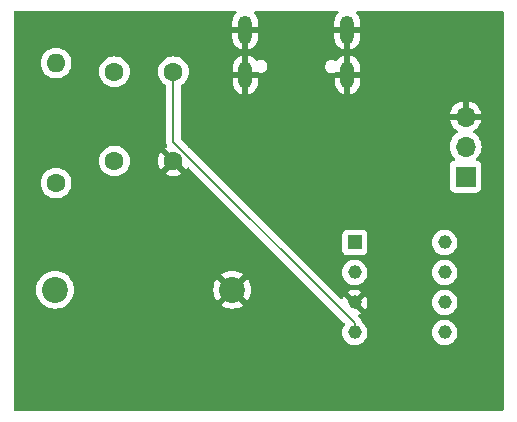
<source format=gbr>
%TF.GenerationSoftware,KiCad,Pcbnew,8.0.8*%
%TF.CreationDate,2025-02-27T22:53:53-05:00*%
%TF.ProjectId,Power_Supply_Board,506f7765-725f-4537-9570-706c795f426f,rev?*%
%TF.SameCoordinates,Original*%
%TF.FileFunction,Copper,L2,Bot*%
%TF.FilePolarity,Positive*%
%FSLAX46Y46*%
G04 Gerber Fmt 4.6, Leading zero omitted, Abs format (unit mm)*
G04 Created by KiCad (PCBNEW 8.0.8) date 2025-02-27 22:53:53*
%MOMM*%
%LPD*%
G01*
G04 APERTURE LIST*
%TA.AperFunction,ComponentPad*%
%ADD10C,1.600000*%
%TD*%
%TA.AperFunction,ComponentPad*%
%ADD11O,1.600000X1.600000*%
%TD*%
%TA.AperFunction,ComponentPad*%
%ADD12R,1.160000X1.160000*%
%TD*%
%TA.AperFunction,ComponentPad*%
%ADD13C,1.160000*%
%TD*%
%TA.AperFunction,ComponentPad*%
%ADD14C,2.200000*%
%TD*%
%TA.AperFunction,ComponentPad*%
%ADD15R,1.700000X1.700000*%
%TD*%
%TA.AperFunction,ComponentPad*%
%ADD16O,1.700000X1.700000*%
%TD*%
%TA.AperFunction,ComponentPad*%
%ADD17O,1.158000X2.316000*%
%TD*%
%TA.AperFunction,ComponentPad*%
%ADD18O,1.200000X2.400000*%
%TD*%
%TA.AperFunction,Conductor*%
%ADD19C,0.200000*%
%TD*%
G04 APERTURE END LIST*
D10*
%TO.P,C2,1*%
%TO.N,Net-(IC1-VOUT)*%
X167045000Y-93097200D03*
%TO.P,C2,2*%
%TO.N,Earth*%
X172045000Y-93097200D03*
%TD*%
%TO.P,R1,1*%
%TO.N,Net-(IC1-VOUT)*%
X162102800Y-94970600D03*
D11*
%TO.P,R1,2*%
%TO.N,Net-(J2-Pin_2)*%
X162102800Y-84810600D03*
%TD*%
D12*
%TO.P,IC1,1,BOOST*%
%TO.N,unconnected-(IC1-BOOST-Pad1)*%
X187380000Y-100000000D03*
D13*
%TO.P,IC1,2,CAP+*%
%TO.N,Net-(IC1-CAP+)*%
X187380000Y-102540000D03*
%TO.P,IC1,3,GND*%
%TO.N,Earth*%
X187380000Y-105080000D03*
%TO.P,IC1,4,CAP-*%
%TO.N,Net-(IC1-CAP-)*%
X187380000Y-107620000D03*
%TO.P,IC1,5,VOUT*%
%TO.N,Net-(IC1-VOUT)*%
X195000000Y-107620000D03*
%TO.P,IC1,6,LOW_VOLTAGE_(LV)*%
%TO.N,unconnected-(IC1-LOW_VOLTAGE_(LV)-Pad6)*%
X195000000Y-105080000D03*
%TO.P,IC1,7,OSC*%
%TO.N,unconnected-(IC1-OSC-Pad7)*%
X195000000Y-102540000D03*
%TO.P,IC1,8,V+*%
%TO.N,Net-(IC1-V+)*%
X195000000Y-100000000D03*
%TD*%
D14*
%TO.P,C3,1*%
%TO.N,Net-(J2-Pin_2)*%
X162025000Y-104000000D03*
%TO.P,C3,2*%
%TO.N,Earth*%
X177025000Y-104000000D03*
%TD*%
D15*
%TO.P,J2,1,Pin_1*%
%TO.N,Net-(IC1-V+)*%
X196773800Y-94422200D03*
D16*
%TO.P,J2,2,Pin_2*%
%TO.N,Net-(J2-Pin_2)*%
X196773800Y-91882200D03*
%TO.P,J2,3,Pin_3*%
%TO.N,Earth*%
X196773800Y-89342200D03*
%TD*%
D10*
%TO.P,C1,1*%
%TO.N,Net-(IC1-CAP+)*%
X167045000Y-85547200D03*
%TO.P,C1,2*%
%TO.N,Net-(IC1-CAP-)*%
X172045000Y-85547200D03*
%TD*%
D17*
%TO.P,J1,S3,SHIELD*%
%TO.N,Earth*%
X186771200Y-85816200D03*
%TO.P,J1,S4,SHIELD*%
X178131200Y-85816200D03*
D18*
%TO.P,J1,S5,SHIELD*%
X186771200Y-81991200D03*
%TO.P,J1,S6,SHIELD*%
X178131200Y-81991200D03*
%TD*%
D19*
%TO.N,Net-(IC1-CAP-)*%
X187380000Y-107620000D02*
X187380000Y-106799757D01*
X187380000Y-106799757D02*
X172045000Y-91464757D01*
X172045000Y-91464757D02*
X172045000Y-85547200D01*
%TO.N,Net-(J2-Pin_2)*%
X162025000Y-104000000D02*
X162025000Y-103093000D01*
%TD*%
%TA.AperFunction,Conductor*%
%TO.N,Earth*%
G36*
X177343142Y-80410985D02*
G01*
X177388897Y-80463789D01*
X177398841Y-80532947D01*
X177369816Y-80596503D01*
X177363784Y-80602981D01*
X177292167Y-80674597D01*
X177190395Y-80814675D01*
X177111791Y-80968942D01*
X177058285Y-81133615D01*
X177031200Y-81304628D01*
X177031200Y-81741200D01*
X177806200Y-81741200D01*
X177806200Y-82241200D01*
X177031200Y-82241200D01*
X177031200Y-82677771D01*
X177058285Y-82848784D01*
X177111791Y-83013457D01*
X177190395Y-83167724D01*
X177292167Y-83307802D01*
X177414597Y-83430232D01*
X177554675Y-83532004D01*
X177708944Y-83610608D01*
X177873615Y-83664114D01*
X177873614Y-83664114D01*
X177881199Y-83665315D01*
X177881200Y-83665314D01*
X177881200Y-82850818D01*
X177931646Y-82901264D01*
X178005755Y-82944051D01*
X178088413Y-82966200D01*
X178173987Y-82966200D01*
X178256645Y-82944051D01*
X178330754Y-82901264D01*
X178381200Y-82850818D01*
X178381200Y-83665315D01*
X178388784Y-83664114D01*
X178553455Y-83610608D01*
X178707724Y-83532004D01*
X178847802Y-83430232D01*
X178970232Y-83307802D01*
X179072004Y-83167724D01*
X179150608Y-83013457D01*
X179204114Y-82848784D01*
X179231200Y-82677771D01*
X179231200Y-82241200D01*
X178456200Y-82241200D01*
X178456200Y-81741200D01*
X179231200Y-81741200D01*
X179231200Y-81304628D01*
X179204114Y-81133615D01*
X179150608Y-80968942D01*
X179072004Y-80814675D01*
X178970232Y-80674597D01*
X178898616Y-80602981D01*
X178865131Y-80541658D01*
X178870115Y-80471966D01*
X178911987Y-80416033D01*
X178977451Y-80391616D01*
X178986297Y-80391300D01*
X185916103Y-80391300D01*
X185983142Y-80410985D01*
X186028897Y-80463789D01*
X186038841Y-80532947D01*
X186009816Y-80596503D01*
X186003784Y-80602981D01*
X185932167Y-80674597D01*
X185830395Y-80814675D01*
X185751791Y-80968942D01*
X185698285Y-81133615D01*
X185671200Y-81304628D01*
X185671200Y-81741200D01*
X186446200Y-81741200D01*
X186446200Y-82241200D01*
X185671200Y-82241200D01*
X185671200Y-82677771D01*
X185698285Y-82848784D01*
X185751791Y-83013457D01*
X185830395Y-83167724D01*
X185932167Y-83307802D01*
X186054597Y-83430232D01*
X186194675Y-83532004D01*
X186348944Y-83610608D01*
X186513615Y-83664114D01*
X186513614Y-83664114D01*
X186521199Y-83665315D01*
X186521200Y-83665314D01*
X186521200Y-82850818D01*
X186571646Y-82901264D01*
X186645755Y-82944051D01*
X186728413Y-82966200D01*
X186813987Y-82966200D01*
X186896645Y-82944051D01*
X186970754Y-82901264D01*
X187021200Y-82850818D01*
X187021200Y-83665315D01*
X187028784Y-83664114D01*
X187193455Y-83610608D01*
X187347724Y-83532004D01*
X187487802Y-83430232D01*
X187610232Y-83307802D01*
X187712004Y-83167724D01*
X187790608Y-83013457D01*
X187844114Y-82848784D01*
X187871200Y-82677771D01*
X187871200Y-82241200D01*
X187096200Y-82241200D01*
X187096200Y-81741200D01*
X187871200Y-81741200D01*
X187871200Y-81304628D01*
X187844114Y-81133615D01*
X187790608Y-80968942D01*
X187712004Y-80814675D01*
X187610232Y-80674597D01*
X187538616Y-80602981D01*
X187505131Y-80541658D01*
X187510115Y-80471966D01*
X187551987Y-80416033D01*
X187617451Y-80391616D01*
X187626297Y-80391300D01*
X199875500Y-80391300D01*
X199942539Y-80410985D01*
X199988294Y-80463789D01*
X199999500Y-80515300D01*
X199999500Y-114125500D01*
X199979815Y-114192539D01*
X199927011Y-114238294D01*
X199875500Y-114249500D01*
X158624500Y-114249500D01*
X158557461Y-114229815D01*
X158511706Y-114177011D01*
X158500500Y-114125500D01*
X158500500Y-104000000D01*
X160419551Y-104000000D01*
X160439317Y-104251151D01*
X160498126Y-104496110D01*
X160594533Y-104728859D01*
X160726160Y-104943653D01*
X160726161Y-104943656D01*
X160726164Y-104943659D01*
X160889776Y-105135224D01*
X161032096Y-105256777D01*
X161081343Y-105298838D01*
X161081346Y-105298839D01*
X161296140Y-105430466D01*
X161527737Y-105526396D01*
X161528889Y-105526873D01*
X161773852Y-105585683D01*
X162025000Y-105605449D01*
X162276148Y-105585683D01*
X162521111Y-105526873D01*
X162753859Y-105430466D01*
X162968659Y-105298836D01*
X163160224Y-105135224D01*
X163323836Y-104943659D01*
X163455466Y-104728859D01*
X163551873Y-104496111D01*
X163610683Y-104251148D01*
X163630449Y-104000000D01*
X175420052Y-104000000D01*
X175439812Y-104251072D01*
X175498603Y-104495956D01*
X175594980Y-104728631D01*
X175726568Y-104943362D01*
X175727266Y-104944179D01*
X176501212Y-104170233D01*
X176512482Y-104212292D01*
X176584890Y-104337708D01*
X176687292Y-104440110D01*
X176812708Y-104512518D01*
X176854765Y-104523787D01*
X176080819Y-105297732D01*
X176080819Y-105297733D01*
X176081634Y-105298429D01*
X176296368Y-105430019D01*
X176529043Y-105526396D01*
X176773927Y-105585187D01*
X177025000Y-105604947D01*
X177276072Y-105585187D01*
X177520956Y-105526396D01*
X177753631Y-105430019D01*
X177968361Y-105298432D01*
X177968363Y-105298430D01*
X177969180Y-105297732D01*
X177195234Y-104523787D01*
X177237292Y-104512518D01*
X177362708Y-104440110D01*
X177465110Y-104337708D01*
X177537518Y-104212292D01*
X177548787Y-104170235D01*
X178322732Y-104944180D01*
X178323430Y-104943363D01*
X178323432Y-104943361D01*
X178455019Y-104728631D01*
X178551396Y-104495956D01*
X178610187Y-104251072D01*
X178629947Y-104000000D01*
X178610187Y-103748927D01*
X178551396Y-103504043D01*
X178455019Y-103271368D01*
X178323429Y-103056634D01*
X178322733Y-103055819D01*
X178322732Y-103055819D01*
X177548787Y-103829764D01*
X177537518Y-103787708D01*
X177465110Y-103662292D01*
X177362708Y-103559890D01*
X177237292Y-103487482D01*
X177195232Y-103476212D01*
X177969179Y-102702266D01*
X177968362Y-102701568D01*
X177753631Y-102569980D01*
X177520956Y-102473603D01*
X177276072Y-102414812D01*
X177025000Y-102395052D01*
X176773927Y-102414812D01*
X176529043Y-102473603D01*
X176296368Y-102569980D01*
X176081637Y-102701567D01*
X176080818Y-102702266D01*
X176854765Y-103476212D01*
X176812708Y-103487482D01*
X176687292Y-103559890D01*
X176584890Y-103662292D01*
X176512482Y-103787708D01*
X176501212Y-103829765D01*
X175727266Y-103055818D01*
X175726567Y-103056637D01*
X175594980Y-103271368D01*
X175498603Y-103504043D01*
X175439812Y-103748927D01*
X175420052Y-104000000D01*
X163630449Y-104000000D01*
X163610683Y-103748852D01*
X163551873Y-103503889D01*
X163511306Y-103405952D01*
X163455466Y-103271140D01*
X163324017Y-103056637D01*
X163323838Y-103056345D01*
X163323838Y-103056343D01*
X163217642Y-102932004D01*
X163160224Y-102864776D01*
X163033571Y-102756604D01*
X162968656Y-102701161D01*
X162968653Y-102701160D01*
X162753859Y-102569533D01*
X162521110Y-102473126D01*
X162276151Y-102414317D01*
X162025000Y-102394551D01*
X161773848Y-102414317D01*
X161528889Y-102473126D01*
X161296140Y-102569533D01*
X161081346Y-102701160D01*
X161081343Y-102701161D01*
X160889776Y-102864776D01*
X160726161Y-103056343D01*
X160726160Y-103056346D01*
X160594533Y-103271140D01*
X160498126Y-103503889D01*
X160439317Y-103748848D01*
X160419551Y-104000000D01*
X158500500Y-104000000D01*
X158500500Y-94970598D01*
X160797332Y-94970598D01*
X160797332Y-94970601D01*
X160817164Y-95197286D01*
X160817166Y-95197297D01*
X160876058Y-95417088D01*
X160876061Y-95417097D01*
X160972231Y-95623332D01*
X160972232Y-95623334D01*
X161102754Y-95809741D01*
X161263658Y-95970645D01*
X161263661Y-95970647D01*
X161450066Y-96101168D01*
X161656304Y-96197339D01*
X161876108Y-96256235D01*
X162038030Y-96270401D01*
X162102798Y-96276068D01*
X162102800Y-96276068D01*
X162102802Y-96276068D01*
X162159473Y-96271109D01*
X162329492Y-96256235D01*
X162549296Y-96197339D01*
X162755534Y-96101168D01*
X162941939Y-95970647D01*
X163102847Y-95809739D01*
X163233368Y-95623334D01*
X163329539Y-95417096D01*
X163388435Y-95197292D01*
X163408268Y-94970600D01*
X163388435Y-94743908D01*
X163329539Y-94524104D01*
X163233368Y-94317866D01*
X163102847Y-94131461D01*
X163102845Y-94131458D01*
X162941941Y-93970554D01*
X162755534Y-93840032D01*
X162755532Y-93840031D01*
X162549297Y-93743861D01*
X162549288Y-93743858D01*
X162329497Y-93684966D01*
X162329493Y-93684965D01*
X162329492Y-93684965D01*
X162329491Y-93684964D01*
X162329486Y-93684964D01*
X162102802Y-93665132D01*
X162102798Y-93665132D01*
X161876113Y-93684964D01*
X161876102Y-93684966D01*
X161656311Y-93743858D01*
X161656302Y-93743861D01*
X161450067Y-93840031D01*
X161450065Y-93840032D01*
X161263658Y-93970554D01*
X161102754Y-94131458D01*
X160972232Y-94317865D01*
X160972231Y-94317867D01*
X160876061Y-94524102D01*
X160876058Y-94524111D01*
X160817166Y-94743902D01*
X160817164Y-94743913D01*
X160797332Y-94970598D01*
X158500500Y-94970598D01*
X158500500Y-93097198D01*
X165739532Y-93097198D01*
X165739532Y-93097201D01*
X165759364Y-93323886D01*
X165759366Y-93323897D01*
X165818258Y-93543688D01*
X165818261Y-93543697D01*
X165914431Y-93749932D01*
X165914432Y-93749934D01*
X166044954Y-93936341D01*
X166205858Y-94097245D01*
X166205861Y-94097247D01*
X166392266Y-94227768D01*
X166598504Y-94323939D01*
X166818308Y-94382835D01*
X166980230Y-94397001D01*
X167044998Y-94402668D01*
X167045000Y-94402668D01*
X167045002Y-94402668D01*
X167101673Y-94397709D01*
X167271692Y-94382835D01*
X167491496Y-94323939D01*
X167697734Y-94227768D01*
X167884139Y-94097247D01*
X168045047Y-93936339D01*
X168175568Y-93749934D01*
X168271739Y-93543696D01*
X168330635Y-93323892D01*
X168350468Y-93097200D01*
X168345246Y-93037518D01*
X168336439Y-92936849D01*
X168330635Y-92870508D01*
X168271739Y-92650704D01*
X168175568Y-92444466D01*
X168045047Y-92258061D01*
X168045045Y-92258058D01*
X167884141Y-92097154D01*
X167697734Y-91966632D01*
X167697732Y-91966631D01*
X167491497Y-91870461D01*
X167491488Y-91870458D01*
X167271697Y-91811566D01*
X167271693Y-91811565D01*
X167271692Y-91811565D01*
X167271691Y-91811564D01*
X167271686Y-91811564D01*
X167045002Y-91791732D01*
X167044998Y-91791732D01*
X166818313Y-91811564D01*
X166818302Y-91811566D01*
X166598511Y-91870458D01*
X166598502Y-91870461D01*
X166392267Y-91966631D01*
X166392265Y-91966632D01*
X166205858Y-92097154D01*
X166044954Y-92258058D01*
X165914432Y-92444465D01*
X165914431Y-92444467D01*
X165818261Y-92650702D01*
X165818258Y-92650711D01*
X165759366Y-92870502D01*
X165759364Y-92870513D01*
X165739532Y-93097198D01*
X158500500Y-93097198D01*
X158500500Y-84810598D01*
X160797332Y-84810598D01*
X160797332Y-84810601D01*
X160817164Y-85037286D01*
X160817166Y-85037297D01*
X160876058Y-85257088D01*
X160876061Y-85257097D01*
X160972231Y-85463332D01*
X160972232Y-85463334D01*
X161102754Y-85649741D01*
X161263658Y-85810645D01*
X161263661Y-85810647D01*
X161450066Y-85941168D01*
X161656304Y-86037339D01*
X161876108Y-86096235D01*
X162038030Y-86110401D01*
X162102798Y-86116068D01*
X162102800Y-86116068D01*
X162102802Y-86116068D01*
X162159473Y-86111109D01*
X162329492Y-86096235D01*
X162549296Y-86037339D01*
X162755534Y-85941168D01*
X162941939Y-85810647D01*
X163102847Y-85649739D01*
X163174646Y-85547198D01*
X165739532Y-85547198D01*
X165739532Y-85547201D01*
X165759364Y-85773886D01*
X165759366Y-85773897D01*
X165818258Y-85993688D01*
X165818261Y-85993697D01*
X165914431Y-86199932D01*
X165914432Y-86199934D01*
X166044954Y-86386341D01*
X166205858Y-86547245D01*
X166205861Y-86547247D01*
X166392266Y-86677768D01*
X166598504Y-86773939D01*
X166818308Y-86832835D01*
X166980230Y-86847001D01*
X167044998Y-86852668D01*
X167045000Y-86852668D01*
X167045002Y-86852668D01*
X167101673Y-86847709D01*
X167271692Y-86832835D01*
X167491496Y-86773939D01*
X167697734Y-86677768D01*
X167884139Y-86547247D01*
X168045047Y-86386339D01*
X168175568Y-86199934D01*
X168271739Y-85993696D01*
X168330635Y-85773892D01*
X168350468Y-85547200D01*
X168350468Y-85547198D01*
X170739532Y-85547198D01*
X170739532Y-85547201D01*
X170759364Y-85773886D01*
X170759366Y-85773897D01*
X170818258Y-85993688D01*
X170818261Y-85993697D01*
X170914431Y-86199932D01*
X170914432Y-86199934D01*
X171044954Y-86386341D01*
X171205858Y-86547245D01*
X171205861Y-86547247D01*
X171391624Y-86677318D01*
X171435248Y-86731893D01*
X171444500Y-86778892D01*
X171444500Y-91378087D01*
X171444499Y-91378105D01*
X171444499Y-91543811D01*
X171444498Y-91543811D01*
X171485423Y-91696542D01*
X171514358Y-91746657D01*
X171514359Y-91746662D01*
X171514360Y-91746662D01*
X171521113Y-91758359D01*
X171537584Y-91826259D01*
X171514731Y-91892286D01*
X171466131Y-91932739D01*
X171392513Y-91967068D01*
X171392512Y-91967068D01*
X171319526Y-92018173D01*
X171319526Y-92018174D01*
X171998554Y-92697200D01*
X171992339Y-92697200D01*
X171890606Y-92724459D01*
X171799394Y-92777120D01*
X171724920Y-92851594D01*
X171672259Y-92942806D01*
X171645000Y-93044539D01*
X171645000Y-93050752D01*
X170965974Y-92371726D01*
X170965973Y-92371726D01*
X170914868Y-92444712D01*
X170914866Y-92444716D01*
X170818734Y-92650873D01*
X170818730Y-92650882D01*
X170759860Y-92870589D01*
X170759858Y-92870600D01*
X170740034Y-93097197D01*
X170740034Y-93097202D01*
X170759858Y-93323799D01*
X170759860Y-93323810D01*
X170818730Y-93543517D01*
X170818735Y-93543531D01*
X170914863Y-93749678D01*
X170965974Y-93822672D01*
X171645000Y-93143646D01*
X171645000Y-93149861D01*
X171672259Y-93251594D01*
X171724920Y-93342806D01*
X171799394Y-93417280D01*
X171890606Y-93469941D01*
X171992339Y-93497200D01*
X171998553Y-93497200D01*
X171319526Y-94176225D01*
X171392513Y-94227332D01*
X171392521Y-94227336D01*
X171598668Y-94323464D01*
X171598682Y-94323469D01*
X171818389Y-94382339D01*
X171818400Y-94382341D01*
X172044998Y-94402166D01*
X172045002Y-94402166D01*
X172271599Y-94382341D01*
X172271610Y-94382339D01*
X172491317Y-94323469D01*
X172491331Y-94323464D01*
X172697478Y-94227336D01*
X172770471Y-94176224D01*
X172091447Y-93497200D01*
X172097661Y-93497200D01*
X172199394Y-93469941D01*
X172290606Y-93417280D01*
X172365080Y-93342806D01*
X172417741Y-93251594D01*
X172445000Y-93149861D01*
X172445000Y-93143646D01*
X173124024Y-93822671D01*
X173175135Y-93749680D01*
X173197463Y-93701797D01*
X173243635Y-93649357D01*
X173310828Y-93630204D01*
X173377710Y-93650419D01*
X173397527Y-93666519D01*
X186519800Y-106788792D01*
X186553285Y-106850115D01*
X186548301Y-106919807D01*
X186531073Y-106951199D01*
X186457410Y-107048744D01*
X186457401Y-107048758D01*
X186368151Y-107227995D01*
X186368145Y-107228010D01*
X186313347Y-107420606D01*
X186313346Y-107420608D01*
X186294871Y-107619999D01*
X186294871Y-107620000D01*
X186313346Y-107819391D01*
X186313347Y-107819393D01*
X186368145Y-108011989D01*
X186368151Y-108012004D01*
X186457401Y-108191241D01*
X186457406Y-108191249D01*
X186578081Y-108351049D01*
X186705386Y-108467102D01*
X186726064Y-108485952D01*
X186896316Y-108591368D01*
X187083040Y-108663705D01*
X187279877Y-108700500D01*
X187279879Y-108700500D01*
X187480121Y-108700500D01*
X187480123Y-108700500D01*
X187676960Y-108663705D01*
X187863684Y-108591368D01*
X188033936Y-108485952D01*
X188181920Y-108351047D01*
X188302595Y-108191247D01*
X188391853Y-108011994D01*
X188446653Y-107819392D01*
X188465129Y-107620000D01*
X188465129Y-107619999D01*
X193914871Y-107619999D01*
X193914871Y-107620000D01*
X193933346Y-107819391D01*
X193933347Y-107819393D01*
X193988145Y-108011989D01*
X193988151Y-108012004D01*
X194077401Y-108191241D01*
X194077406Y-108191249D01*
X194198081Y-108351049D01*
X194325386Y-108467102D01*
X194346064Y-108485952D01*
X194516316Y-108591368D01*
X194703040Y-108663705D01*
X194899877Y-108700500D01*
X194899879Y-108700500D01*
X195100121Y-108700500D01*
X195100123Y-108700500D01*
X195296960Y-108663705D01*
X195483684Y-108591368D01*
X195653936Y-108485952D01*
X195801920Y-108351047D01*
X195922595Y-108191247D01*
X196011853Y-108011994D01*
X196066653Y-107819392D01*
X196085129Y-107620000D01*
X196066653Y-107420608D01*
X196011853Y-107228006D01*
X196011848Y-107227995D01*
X195922598Y-107048758D01*
X195922593Y-107048750D01*
X195801918Y-106888950D01*
X195653937Y-106754049D01*
X195653936Y-106754048D01*
X195558332Y-106694852D01*
X195483685Y-106648632D01*
X195483683Y-106648631D01*
X195347152Y-106595739D01*
X195296960Y-106576295D01*
X195100123Y-106539500D01*
X194899877Y-106539500D01*
X194703040Y-106576295D01*
X194703037Y-106576295D01*
X194703037Y-106576296D01*
X194516316Y-106648631D01*
X194516314Y-106648632D01*
X194346062Y-106754049D01*
X194198081Y-106888950D01*
X194077406Y-107048750D01*
X194077401Y-107048758D01*
X193988151Y-107227995D01*
X193988145Y-107228010D01*
X193933347Y-107420606D01*
X193933346Y-107420608D01*
X193914871Y-107619999D01*
X188465129Y-107619999D01*
X188446653Y-107420608D01*
X188391853Y-107228006D01*
X188391848Y-107227995D01*
X188302598Y-107048758D01*
X188302593Y-107048750D01*
X188181918Y-106888950D01*
X188033938Y-106754049D01*
X188022361Y-106746881D01*
X187975727Y-106694852D01*
X187967868Y-106673556D01*
X187939577Y-106567972D01*
X187910639Y-106517852D01*
X187860520Y-106431041D01*
X187748716Y-106319237D01*
X187748715Y-106319236D01*
X187744385Y-106314906D01*
X187744374Y-106314896D01*
X187721921Y-106292443D01*
X187688436Y-106231120D01*
X187693420Y-106161428D01*
X187735292Y-106105495D01*
X187764809Y-106089135D01*
X187863456Y-106050919D01*
X187863463Y-106050916D01*
X187946158Y-105999712D01*
X187946158Y-105999711D01*
X187406446Y-105460000D01*
X187430028Y-105460000D01*
X187526675Y-105434104D01*
X187613325Y-105384076D01*
X187684076Y-105313325D01*
X187734104Y-105226675D01*
X187760000Y-105130028D01*
X187760000Y-105106447D01*
X188302954Y-105649401D01*
X188302955Y-105649401D01*
X188391383Y-105471815D01*
X188446159Y-105279295D01*
X188464627Y-105080000D01*
X188464627Y-105079999D01*
X193914871Y-105079999D01*
X193914871Y-105080000D01*
X193933346Y-105279391D01*
X193933347Y-105279393D01*
X193988145Y-105471989D01*
X193988151Y-105472004D01*
X194077401Y-105651241D01*
X194077406Y-105651249D01*
X194198081Y-105811049D01*
X194325386Y-105927102D01*
X194346064Y-105945952D01*
X194432889Y-105999712D01*
X194515590Y-106050919D01*
X194516316Y-106051368D01*
X194703040Y-106123705D01*
X194899877Y-106160500D01*
X194899879Y-106160500D01*
X195100121Y-106160500D01*
X195100123Y-106160500D01*
X195296960Y-106123705D01*
X195483684Y-106051368D01*
X195653936Y-105945952D01*
X195801920Y-105811047D01*
X195922595Y-105651247D01*
X196011853Y-105471994D01*
X196066653Y-105279392D01*
X196085129Y-105080000D01*
X196066653Y-104880608D01*
X196011853Y-104688006D01*
X195923513Y-104510596D01*
X195922598Y-104508758D01*
X195922593Y-104508750D01*
X195801918Y-104348950D01*
X195653937Y-104214049D01*
X195653936Y-104214048D01*
X195589101Y-104173903D01*
X195483685Y-104108632D01*
X195483683Y-104108631D01*
X195298209Y-104036779D01*
X195296960Y-104036295D01*
X195100123Y-103999500D01*
X194899877Y-103999500D01*
X194703040Y-104036295D01*
X194703037Y-104036295D01*
X194703037Y-104036296D01*
X194516316Y-104108631D01*
X194516314Y-104108632D01*
X194346062Y-104214049D01*
X194198081Y-104348950D01*
X194077406Y-104508750D01*
X194077401Y-104508758D01*
X193988151Y-104687995D01*
X193988145Y-104688010D01*
X193933347Y-104880606D01*
X193933346Y-104880608D01*
X193914871Y-105079999D01*
X188464627Y-105079999D01*
X188446159Y-104880704D01*
X188391383Y-104688184D01*
X188302955Y-104510596D01*
X187760000Y-105053551D01*
X187760000Y-105029972D01*
X187734104Y-104933325D01*
X187684076Y-104846675D01*
X187613325Y-104775924D01*
X187526675Y-104725896D01*
X187430028Y-104700000D01*
X187406447Y-104700000D01*
X187946159Y-104160287D01*
X187863458Y-104109081D01*
X187863457Y-104109080D01*
X187676824Y-104036779D01*
X187480075Y-104000000D01*
X187279925Y-104000000D01*
X187083175Y-104036779D01*
X186896543Y-104109080D01*
X186813839Y-104160287D01*
X187353554Y-104700000D01*
X187329972Y-104700000D01*
X187233325Y-104725896D01*
X187146675Y-104775924D01*
X187075924Y-104846675D01*
X187025896Y-104933325D01*
X187000000Y-105029972D01*
X187000000Y-105053553D01*
X186457044Y-104510596D01*
X186457043Y-104510596D01*
X186368615Y-104688185D01*
X186367282Y-104691627D01*
X186366203Y-104693030D01*
X186366059Y-104693320D01*
X186366002Y-104693291D01*
X186324703Y-104747023D01*
X186258934Y-104770606D01*
X186190855Y-104754888D01*
X186163979Y-104734501D01*
X183969477Y-102539999D01*
X186294871Y-102539999D01*
X186294871Y-102540000D01*
X186313346Y-102739391D01*
X186313347Y-102739393D01*
X186368145Y-102931989D01*
X186368151Y-102932004D01*
X186457401Y-103111241D01*
X186457406Y-103111249D01*
X186578081Y-103271049D01*
X186705386Y-103387102D01*
X186726064Y-103405952D01*
X186797204Y-103450000D01*
X186884485Y-103504043D01*
X186896316Y-103511368D01*
X187083040Y-103583705D01*
X187279877Y-103620500D01*
X187279879Y-103620500D01*
X187480121Y-103620500D01*
X187480123Y-103620500D01*
X187676960Y-103583705D01*
X187863684Y-103511368D01*
X188033936Y-103405952D01*
X188181920Y-103271047D01*
X188302595Y-103111247D01*
X188391853Y-102931994D01*
X188446653Y-102739392D01*
X188465129Y-102540000D01*
X188465129Y-102539999D01*
X193914871Y-102539999D01*
X193914871Y-102540000D01*
X193933346Y-102739391D01*
X193933347Y-102739393D01*
X193988145Y-102931989D01*
X193988151Y-102932004D01*
X194077401Y-103111241D01*
X194077406Y-103111249D01*
X194198081Y-103271049D01*
X194325386Y-103387102D01*
X194346064Y-103405952D01*
X194417204Y-103450000D01*
X194504485Y-103504043D01*
X194516316Y-103511368D01*
X194703040Y-103583705D01*
X194899877Y-103620500D01*
X194899879Y-103620500D01*
X195100121Y-103620500D01*
X195100123Y-103620500D01*
X195296960Y-103583705D01*
X195483684Y-103511368D01*
X195653936Y-103405952D01*
X195801920Y-103271047D01*
X195922595Y-103111247D01*
X196011853Y-102931994D01*
X196066653Y-102739392D01*
X196085129Y-102540000D01*
X196066653Y-102340608D01*
X196011853Y-102148006D01*
X196011848Y-102147995D01*
X195922598Y-101968758D01*
X195922593Y-101968750D01*
X195801918Y-101808950D01*
X195653937Y-101674049D01*
X195653936Y-101674048D01*
X195589101Y-101633903D01*
X195483685Y-101568632D01*
X195483683Y-101568631D01*
X195347152Y-101515739D01*
X195296960Y-101496295D01*
X195100123Y-101459500D01*
X194899877Y-101459500D01*
X194703040Y-101496295D01*
X194703037Y-101496295D01*
X194703037Y-101496296D01*
X194516316Y-101568631D01*
X194516314Y-101568632D01*
X194346062Y-101674049D01*
X194198081Y-101808950D01*
X194077406Y-101968750D01*
X194077401Y-101968758D01*
X193988151Y-102147995D01*
X193988145Y-102148010D01*
X193933347Y-102340606D01*
X193933346Y-102340608D01*
X193914871Y-102539999D01*
X188465129Y-102539999D01*
X188446653Y-102340608D01*
X188391853Y-102148006D01*
X188391848Y-102147995D01*
X188302598Y-101968758D01*
X188302593Y-101968750D01*
X188181918Y-101808950D01*
X188033937Y-101674049D01*
X188033936Y-101674048D01*
X187969101Y-101633903D01*
X187863685Y-101568632D01*
X187863683Y-101568631D01*
X187727152Y-101515739D01*
X187676960Y-101496295D01*
X187480123Y-101459500D01*
X187279877Y-101459500D01*
X187083040Y-101496295D01*
X187083037Y-101496295D01*
X187083037Y-101496296D01*
X186896316Y-101568631D01*
X186896314Y-101568632D01*
X186726062Y-101674049D01*
X186578081Y-101808950D01*
X186457406Y-101968750D01*
X186457401Y-101968758D01*
X186368151Y-102147995D01*
X186368145Y-102148010D01*
X186313347Y-102340606D01*
X186313346Y-102340608D01*
X186294871Y-102539999D01*
X183969477Y-102539999D01*
X180801613Y-99372135D01*
X186299500Y-99372135D01*
X186299500Y-100627870D01*
X186299501Y-100627876D01*
X186305908Y-100687483D01*
X186356202Y-100822328D01*
X186356206Y-100822335D01*
X186442452Y-100937544D01*
X186442455Y-100937547D01*
X186557664Y-101023793D01*
X186557671Y-101023797D01*
X186692517Y-101074091D01*
X186692516Y-101074091D01*
X186699444Y-101074835D01*
X186752127Y-101080500D01*
X188007872Y-101080499D01*
X188067483Y-101074091D01*
X188202331Y-101023796D01*
X188317546Y-100937546D01*
X188403796Y-100822331D01*
X188454091Y-100687483D01*
X188460500Y-100627873D01*
X188460499Y-99999999D01*
X193914871Y-99999999D01*
X193914871Y-100000000D01*
X193933346Y-100199391D01*
X193933347Y-100199393D01*
X193988145Y-100391989D01*
X193988151Y-100392004D01*
X194077401Y-100571241D01*
X194077406Y-100571249D01*
X194198081Y-100731049D01*
X194298214Y-100822331D01*
X194346064Y-100865952D01*
X194516316Y-100971368D01*
X194703040Y-101043705D01*
X194899877Y-101080500D01*
X194899879Y-101080500D01*
X195100121Y-101080500D01*
X195100123Y-101080500D01*
X195296960Y-101043705D01*
X195483684Y-100971368D01*
X195653936Y-100865952D01*
X195801920Y-100731047D01*
X195922595Y-100571247D01*
X196011853Y-100391994D01*
X196066653Y-100199392D01*
X196085129Y-100000000D01*
X196066653Y-99800608D01*
X196011853Y-99608006D01*
X196011848Y-99607995D01*
X195922598Y-99428758D01*
X195922593Y-99428750D01*
X195801918Y-99268950D01*
X195653937Y-99134049D01*
X195653936Y-99134048D01*
X195538310Y-99062455D01*
X195483685Y-99028632D01*
X195483683Y-99028631D01*
X195347152Y-98975739D01*
X195296960Y-98956295D01*
X195100123Y-98919500D01*
X194899877Y-98919500D01*
X194703040Y-98956295D01*
X194703037Y-98956295D01*
X194703037Y-98956296D01*
X194516316Y-99028631D01*
X194516314Y-99028632D01*
X194346062Y-99134049D01*
X194198081Y-99268950D01*
X194077406Y-99428750D01*
X194077401Y-99428758D01*
X193988151Y-99607995D01*
X193988145Y-99608010D01*
X193933347Y-99800606D01*
X193933346Y-99800608D01*
X193914871Y-99999999D01*
X188460499Y-99999999D01*
X188460499Y-99372128D01*
X188454091Y-99312517D01*
X188403796Y-99177669D01*
X188403795Y-99177668D01*
X188403793Y-99177664D01*
X188317547Y-99062455D01*
X188317544Y-99062452D01*
X188202335Y-98976206D01*
X188202328Y-98976202D01*
X188067482Y-98925908D01*
X188067483Y-98925908D01*
X188007883Y-98919501D01*
X188007881Y-98919500D01*
X188007873Y-98919500D01*
X188007864Y-98919500D01*
X186752129Y-98919500D01*
X186752123Y-98919501D01*
X186692516Y-98925908D01*
X186557671Y-98976202D01*
X186557664Y-98976206D01*
X186442455Y-99062452D01*
X186442452Y-99062455D01*
X186356206Y-99177664D01*
X186356202Y-99177671D01*
X186305908Y-99312517D01*
X186299501Y-99372116D01*
X186299501Y-99372123D01*
X186299500Y-99372135D01*
X180801613Y-99372135D01*
X173311677Y-91882199D01*
X195418141Y-91882199D01*
X195418141Y-91882200D01*
X195438736Y-92117603D01*
X195438738Y-92117613D01*
X195499894Y-92345855D01*
X195499896Y-92345859D01*
X195499897Y-92345863D01*
X195545877Y-92444467D01*
X195599765Y-92560030D01*
X195599767Y-92560034D01*
X195708081Y-92714721D01*
X195735301Y-92753596D01*
X195735306Y-92753602D01*
X195857230Y-92875526D01*
X195890715Y-92936849D01*
X195885731Y-93006541D01*
X195843859Y-93062474D01*
X195812883Y-93079389D01*
X195681469Y-93128403D01*
X195681464Y-93128406D01*
X195566255Y-93214652D01*
X195566252Y-93214655D01*
X195480006Y-93329864D01*
X195480002Y-93329871D01*
X195429708Y-93464717D01*
X195423301Y-93524316D01*
X195423301Y-93524323D01*
X195423300Y-93524335D01*
X195423300Y-95320070D01*
X195423301Y-95320076D01*
X195429708Y-95379683D01*
X195480002Y-95514528D01*
X195480006Y-95514535D01*
X195566252Y-95629744D01*
X195566255Y-95629747D01*
X195681464Y-95715993D01*
X195681471Y-95715997D01*
X195816317Y-95766291D01*
X195816316Y-95766291D01*
X195823244Y-95767035D01*
X195875927Y-95772700D01*
X197671672Y-95772699D01*
X197731283Y-95766291D01*
X197866131Y-95715996D01*
X197981346Y-95629746D01*
X198067596Y-95514531D01*
X198117891Y-95379683D01*
X198124300Y-95320073D01*
X198124299Y-93524328D01*
X198117891Y-93464717D01*
X198067596Y-93329869D01*
X198067595Y-93329868D01*
X198067593Y-93329864D01*
X197981347Y-93214655D01*
X197981344Y-93214652D01*
X197866135Y-93128406D01*
X197866128Y-93128402D01*
X197734717Y-93079389D01*
X197678783Y-93037518D01*
X197654366Y-92972053D01*
X197669218Y-92903780D01*
X197690363Y-92875532D01*
X197812295Y-92753601D01*
X197947835Y-92560030D01*
X198047703Y-92345863D01*
X198108863Y-92117608D01*
X198129459Y-91882200D01*
X198108863Y-91646792D01*
X198047703Y-91418537D01*
X197947835Y-91204371D01*
X197938486Y-91191018D01*
X197812294Y-91010797D01*
X197645202Y-90843706D01*
X197645201Y-90843705D01*
X197459205Y-90713469D01*
X197415581Y-90658892D01*
X197408388Y-90589393D01*
X197439910Y-90527039D01*
X197459205Y-90510319D01*
X197644882Y-90380305D01*
X197811905Y-90213282D01*
X197947400Y-90019778D01*
X198047229Y-89805692D01*
X198047232Y-89805686D01*
X198104436Y-89592200D01*
X197206812Y-89592200D01*
X197239725Y-89535193D01*
X197273800Y-89408026D01*
X197273800Y-89276374D01*
X197239725Y-89149207D01*
X197206812Y-89092200D01*
X198104436Y-89092200D01*
X198104435Y-89092199D01*
X198047232Y-88878713D01*
X198047229Y-88878707D01*
X197947400Y-88664622D01*
X197947399Y-88664620D01*
X197811913Y-88471126D01*
X197811908Y-88471120D01*
X197644882Y-88304094D01*
X197451378Y-88168599D01*
X197237292Y-88068770D01*
X197237286Y-88068767D01*
X197023800Y-88011564D01*
X197023800Y-88909188D01*
X196966793Y-88876275D01*
X196839626Y-88842200D01*
X196707974Y-88842200D01*
X196580807Y-88876275D01*
X196523800Y-88909188D01*
X196523800Y-88011564D01*
X196523799Y-88011564D01*
X196310313Y-88068767D01*
X196310307Y-88068770D01*
X196096222Y-88168599D01*
X196096220Y-88168600D01*
X195902726Y-88304086D01*
X195902720Y-88304091D01*
X195735691Y-88471120D01*
X195735686Y-88471126D01*
X195600200Y-88664620D01*
X195600199Y-88664622D01*
X195500370Y-88878707D01*
X195500367Y-88878713D01*
X195443164Y-89092199D01*
X195443164Y-89092200D01*
X196340788Y-89092200D01*
X196307875Y-89149207D01*
X196273800Y-89276374D01*
X196273800Y-89408026D01*
X196307875Y-89535193D01*
X196340788Y-89592200D01*
X195443164Y-89592200D01*
X195500367Y-89805686D01*
X195500370Y-89805692D01*
X195600199Y-90019778D01*
X195735694Y-90213282D01*
X195902717Y-90380305D01*
X196088395Y-90510319D01*
X196132019Y-90564896D01*
X196139212Y-90634395D01*
X196107690Y-90696749D01*
X196088395Y-90713469D01*
X195902394Y-90843708D01*
X195735305Y-91010797D01*
X195599765Y-91204369D01*
X195599764Y-91204371D01*
X195499898Y-91418535D01*
X195499894Y-91418544D01*
X195438738Y-91646786D01*
X195438736Y-91646796D01*
X195418141Y-91882199D01*
X173311677Y-91882199D01*
X172681819Y-91252341D01*
X172648334Y-91191018D01*
X172645500Y-91164660D01*
X172645500Y-86778892D01*
X172665185Y-86711853D01*
X172698374Y-86677319D01*
X172884139Y-86547247D01*
X173045047Y-86386339D01*
X173175568Y-86199934D01*
X173271739Y-85993696D01*
X173330635Y-85773892D01*
X173350468Y-85547200D01*
X173349112Y-85531706D01*
X173340146Y-85429217D01*
X173330635Y-85320508D01*
X173285559Y-85152281D01*
X177052200Y-85152281D01*
X177052200Y-85566200D01*
X177806200Y-85566200D01*
X177806200Y-86066200D01*
X177052200Y-86066200D01*
X177052200Y-86480118D01*
X177078768Y-86647866D01*
X177131253Y-86809396D01*
X177208359Y-86960722D01*
X177308179Y-87098114D01*
X177308183Y-87098119D01*
X177428280Y-87218216D01*
X177428285Y-87218220D01*
X177565677Y-87318040D01*
X177717005Y-87395146D01*
X177878536Y-87447631D01*
X177881200Y-87448053D01*
X177881200Y-86525818D01*
X177931646Y-86576264D01*
X178005755Y-86619051D01*
X178088413Y-86641200D01*
X178173987Y-86641200D01*
X178256645Y-86619051D01*
X178330754Y-86576264D01*
X178381200Y-86525818D01*
X178381200Y-87448053D01*
X178383863Y-87447631D01*
X178545394Y-87395146D01*
X178696722Y-87318040D01*
X178834114Y-87218220D01*
X178834119Y-87218216D01*
X178954216Y-87098119D01*
X178954220Y-87098114D01*
X179054040Y-86960722D01*
X179131146Y-86809396D01*
X179183631Y-86647866D01*
X179210200Y-86480118D01*
X179210200Y-86066200D01*
X178456200Y-86066200D01*
X178456200Y-85566200D01*
X179139699Y-85566200D01*
X179201698Y-85582812D01*
X179238715Y-85604184D01*
X179378725Y-85641700D01*
X179378728Y-85641700D01*
X179523672Y-85641700D01*
X179523675Y-85641700D01*
X179663685Y-85604184D01*
X179789215Y-85531709D01*
X179891709Y-85429215D01*
X179964184Y-85303685D01*
X180001700Y-85163675D01*
X180001700Y-85018725D01*
X180001171Y-85016750D01*
X184885700Y-85016750D01*
X184885700Y-85165650D01*
X184910201Y-85257088D01*
X184924238Y-85309476D01*
X184924239Y-85309477D01*
X184998684Y-85438421D01*
X184998686Y-85438424D01*
X184998687Y-85438425D01*
X185103975Y-85543713D01*
X185103976Y-85543714D01*
X185103978Y-85543715D01*
X185110016Y-85547201D01*
X185232925Y-85618162D01*
X185376750Y-85656700D01*
X185376753Y-85656700D01*
X185525647Y-85656700D01*
X185525650Y-85656700D01*
X185669475Y-85618162D01*
X185730701Y-85582812D01*
X185792701Y-85566200D01*
X186446200Y-85566200D01*
X186446200Y-86066200D01*
X185692200Y-86066200D01*
X185692200Y-86480118D01*
X185718768Y-86647866D01*
X185771253Y-86809396D01*
X185848359Y-86960722D01*
X185948179Y-87098114D01*
X185948183Y-87098119D01*
X186068280Y-87218216D01*
X186068285Y-87218220D01*
X186205677Y-87318040D01*
X186357005Y-87395146D01*
X186518536Y-87447631D01*
X186521200Y-87448053D01*
X186521200Y-86525818D01*
X186571646Y-86576264D01*
X186645755Y-86619051D01*
X186728413Y-86641200D01*
X186813987Y-86641200D01*
X186896645Y-86619051D01*
X186970754Y-86576264D01*
X187021200Y-86525818D01*
X187021200Y-87448052D01*
X187023863Y-87447631D01*
X187185394Y-87395146D01*
X187336722Y-87318040D01*
X187474114Y-87218220D01*
X187474119Y-87218216D01*
X187594216Y-87098119D01*
X187594220Y-87098114D01*
X187694040Y-86960722D01*
X187771146Y-86809396D01*
X187823631Y-86647866D01*
X187850200Y-86480118D01*
X187850200Y-86066200D01*
X187096200Y-86066200D01*
X187096200Y-85566200D01*
X187850200Y-85566200D01*
X187850200Y-85152281D01*
X187823631Y-84984533D01*
X187771146Y-84823003D01*
X187694040Y-84671677D01*
X187594220Y-84534285D01*
X187594216Y-84534280D01*
X187474119Y-84414183D01*
X187474114Y-84414179D01*
X187336722Y-84314359D01*
X187185394Y-84237253D01*
X187023866Y-84184769D01*
X187021200Y-84184345D01*
X187021200Y-85106582D01*
X186970754Y-85056136D01*
X186896645Y-85013349D01*
X186813987Y-84991200D01*
X186728413Y-84991200D01*
X186645755Y-85013349D01*
X186571646Y-85056136D01*
X186521200Y-85106582D01*
X186521200Y-84184345D01*
X186521199Y-84184345D01*
X186518533Y-84184769D01*
X186357005Y-84237253D01*
X186205677Y-84314359D01*
X186068285Y-84414179D01*
X186068280Y-84414183D01*
X185948181Y-84534282D01*
X185916113Y-84578420D01*
X185860782Y-84621085D01*
X185791169Y-84627063D01*
X185753797Y-84612921D01*
X185669475Y-84564238D01*
X185669476Y-84564238D01*
X185633518Y-84554603D01*
X185525650Y-84525700D01*
X185376750Y-84525700D01*
X185296687Y-84547153D01*
X185232923Y-84564238D01*
X185232922Y-84564239D01*
X185103978Y-84638684D01*
X185103973Y-84638688D01*
X184998688Y-84743973D01*
X184998684Y-84743978D01*
X184924239Y-84872922D01*
X184924238Y-84872923D01*
X184904969Y-84944837D01*
X184885700Y-85016750D01*
X180001171Y-85016750D01*
X179964184Y-84878715D01*
X179960839Y-84872922D01*
X179891711Y-84753188D01*
X179891706Y-84753182D01*
X179789217Y-84650693D01*
X179789211Y-84650688D01*
X179663688Y-84578217D01*
X179663689Y-84578217D01*
X179652206Y-84575140D01*
X179523675Y-84540700D01*
X179378725Y-84540700D01*
X179250193Y-84575140D01*
X179238711Y-84578217D01*
X179157468Y-84625123D01*
X179089567Y-84641596D01*
X179023541Y-84618743D01*
X178995149Y-84590620D01*
X178954218Y-84534282D01*
X178834119Y-84414183D01*
X178834114Y-84414179D01*
X178696722Y-84314359D01*
X178545394Y-84237253D01*
X178383866Y-84184769D01*
X178381200Y-84184345D01*
X178381200Y-85106582D01*
X178330754Y-85056136D01*
X178256645Y-85013349D01*
X178173987Y-84991200D01*
X178088413Y-84991200D01*
X178005755Y-85013349D01*
X177931646Y-85056136D01*
X177881200Y-85106582D01*
X177881200Y-84184345D01*
X177881199Y-84184345D01*
X177878533Y-84184769D01*
X177717005Y-84237253D01*
X177565677Y-84314359D01*
X177428285Y-84414179D01*
X177428280Y-84414183D01*
X177308183Y-84534280D01*
X177308179Y-84534285D01*
X177208359Y-84671677D01*
X177131253Y-84823003D01*
X177078768Y-84984533D01*
X177052200Y-85152281D01*
X173285559Y-85152281D01*
X173271739Y-85100704D01*
X173175568Y-84894466D01*
X173045047Y-84708061D01*
X173045045Y-84708058D01*
X172884141Y-84547154D01*
X172697734Y-84416632D01*
X172697732Y-84416631D01*
X172491497Y-84320461D01*
X172491488Y-84320458D01*
X172271697Y-84261566D01*
X172271693Y-84261565D01*
X172271692Y-84261565D01*
X172271691Y-84261564D01*
X172271686Y-84261564D01*
X172045002Y-84241732D01*
X172044998Y-84241732D01*
X171818313Y-84261564D01*
X171818302Y-84261566D01*
X171598511Y-84320458D01*
X171598502Y-84320461D01*
X171392267Y-84416631D01*
X171392265Y-84416632D01*
X171205858Y-84547154D01*
X171044954Y-84708058D01*
X170914432Y-84894465D01*
X170914431Y-84894467D01*
X170818261Y-85100702D01*
X170818258Y-85100711D01*
X170759366Y-85320502D01*
X170759364Y-85320513D01*
X170739532Y-85547198D01*
X168350468Y-85547198D01*
X168349112Y-85531706D01*
X168340146Y-85429217D01*
X168330635Y-85320508D01*
X168271739Y-85100704D01*
X168175568Y-84894466D01*
X168045047Y-84708061D01*
X168045045Y-84708058D01*
X167884141Y-84547154D01*
X167697734Y-84416632D01*
X167697732Y-84416631D01*
X167491497Y-84320461D01*
X167491488Y-84320458D01*
X167271697Y-84261566D01*
X167271693Y-84261565D01*
X167271692Y-84261565D01*
X167271691Y-84261564D01*
X167271686Y-84261564D01*
X167045002Y-84241732D01*
X167044998Y-84241732D01*
X166818313Y-84261564D01*
X166818302Y-84261566D01*
X166598511Y-84320458D01*
X166598502Y-84320461D01*
X166392267Y-84416631D01*
X166392265Y-84416632D01*
X166205858Y-84547154D01*
X166044954Y-84708058D01*
X165914432Y-84894465D01*
X165914431Y-84894467D01*
X165818261Y-85100702D01*
X165818258Y-85100711D01*
X165759366Y-85320502D01*
X165759364Y-85320513D01*
X165739532Y-85547198D01*
X163174646Y-85547198D01*
X163233368Y-85463334D01*
X163329539Y-85257096D01*
X163388435Y-85037292D01*
X163408268Y-84810600D01*
X163388435Y-84583908D01*
X163329539Y-84364104D01*
X163233368Y-84157866D01*
X163102847Y-83971461D01*
X163102845Y-83971458D01*
X162941941Y-83810554D01*
X162755534Y-83680032D01*
X162755532Y-83680031D01*
X162549297Y-83583861D01*
X162549288Y-83583858D01*
X162329497Y-83524966D01*
X162329493Y-83524965D01*
X162329492Y-83524965D01*
X162329491Y-83524964D01*
X162329486Y-83524964D01*
X162102802Y-83505132D01*
X162102798Y-83505132D01*
X161876113Y-83524964D01*
X161876102Y-83524966D01*
X161656311Y-83583858D01*
X161656302Y-83583861D01*
X161450067Y-83680031D01*
X161450065Y-83680032D01*
X161263658Y-83810554D01*
X161102754Y-83971458D01*
X160972232Y-84157865D01*
X160972231Y-84157867D01*
X160876061Y-84364102D01*
X160876058Y-84364111D01*
X160817166Y-84583902D01*
X160817164Y-84583913D01*
X160797332Y-84810598D01*
X158500500Y-84810598D01*
X158500500Y-80515300D01*
X158520185Y-80448261D01*
X158572989Y-80402506D01*
X158624500Y-80391300D01*
X177276103Y-80391300D01*
X177343142Y-80410985D01*
G37*
%TD.AperFunction*%
%TD*%
M02*

</source>
